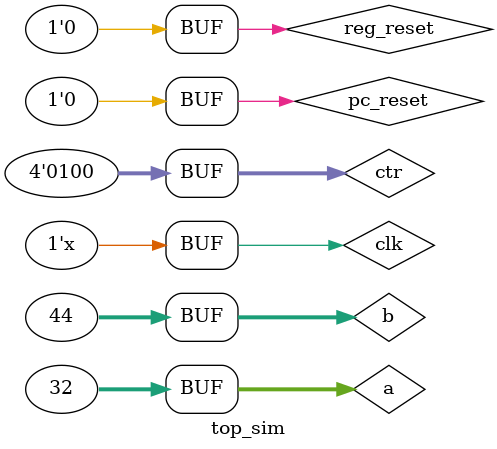
<source format=v>
`timescale 1ns / 1ps
/*
 *=============================================================================
 *    Filename:top_sim.v
 *
 *     Version: 1.0
 *  Created on: July 12, 2016
 *    
 *      Author: corvo
 *=============================================================================
 */
 
  
module top_sim();

    reg clk = 0;
    reg pc_reset = 0;
    reg reg_reset = 0;

    initial begin

        #10 pc_reset = 0;
        #60 pc_reset = 1;
        #40 reg_reset = 0;
        #20 begin pc_reset = 0;end
      //  #50 begin pc_reset = 1;reg_reset = 0; end
        //#990 pc_reset = 1;
       // #1120 pc_reset = 0;

    end
    reg[31:0] a = 32;
    reg[31:0] b = 44;
    reg[3:0] ctr = 4;
    cpu_single u(clk, pc_reset, reg_reset);
    reg[1:0] cnt = 2'b00;
   
    always begin
        if (cnt == 2) begin
            #30 cnt = 0;
            clk = ~clk;
        end else
            #30 cnt = cnt + 1;
        end
    

endmodule

</source>
